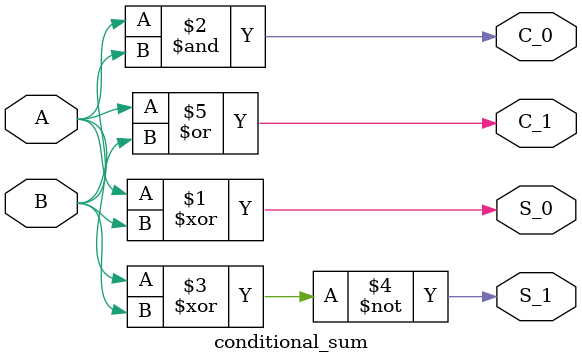
<source format=v>
`timescale 1ns / 1ps
module conditional_sum(
    input A,
    input B,
    output S_0,
    output C_0,
    output S_1,
    output C_1
    );
	 
	 xor X1(S_0, A, B);
	 and A1(C_0, A, B);
	 xnor XN1(S_1, A, B);
	 or    O1(C_1, A, B);

endmodule

</source>
